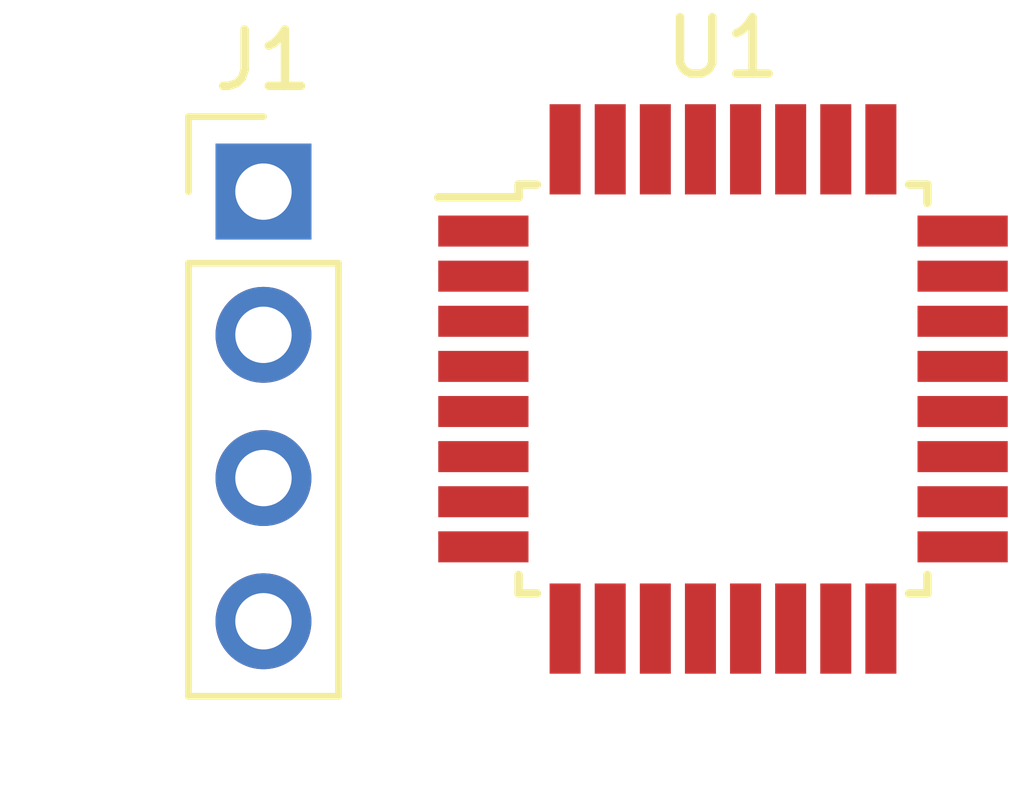
<source format=kicad_pcb>
(kicad_pcb (version 20211014) (generator pcbnew)
  (layers (0 "F.Cu" signal) (31 "B.Cu" signal) (34 "B.Paste" user) (35 "F.Paste" user) (36 "B.SilkS" user "B.Silkscreen") (37 "F.SilkS" user "F.Silkscreen") (38 "B.Mask" user) (39 "F.Mask" user) (44 "Edge.Cuts" user))
  (net 0 "")
  (net 1 "GND")
  (net 2 "+3V3")
  (net 3 "Net-(J1-Pad3)")
  (net 4 "Net-(J1-Pad4)")
  (footprint "Connector_PinHeader_2.54mm:PinHeader_1x04_P2.54mm_Vertical" (layer "F.Cu") (at 111.76 68.58)
    (fp_text reference "J1" (at 0 -2.33) (layer "F.SilkS"))
    (fp_text value "Conn_01x04")
    (fp_line (start -1.33 1.27) (end -1.33 8.95) (layer "F.SilkS") (width 0.12))
    (fp_line (start -1.33 0) (end -1.33 -1.33) (layer "F.SilkS") (width 0.12))
    (fp_line (start -1.33 8.95) (end 1.33 8.95) (layer "F.SilkS") (width 0.12))
    (fp_line (start -1.33 1.27) (end 1.33 1.27) (layer "F.SilkS") (width 0.12))
    (fp_line (start 1.33 1.27) (end 1.33 8.95) (layer "F.SilkS") (width 0.12))
    (fp_line (start -1.33 -1.33) (end 0 -1.33) (layer "F.SilkS") (width 0.12))
    (pad "1" thru_hole rect (at 0 0) (size 1.7 1.7) (drill 1) (layers *.Cu *.Mask) (net 1 "GND"))
    (pad "2" thru_hole oval (at 0 2.54) (size 1.7 1.7) (drill 1) (layers *.Cu *.Mask) (net 2 "+3V3"))
    (pad "3" thru_hole oval (at 0 5.08) (size 1.7 1.7) (drill 1) (layers *.Cu *.Mask) (net 3 "Net-(J1-Pad3)"))
    (pad "4" thru_hole oval (at 0 7.62) (size 1.7 1.7) (drill 1) (layers *.Cu *.Mask) (net 4 "Net-(J1-Pad4)"))
  )
  (footprint "Package_QFP:TQFP-32_7x7mm_P0.8mm" (layer "F.Cu") (at 119.91 72.08)
    (fp_text reference "U1" (at 0 -6.05) (layer "F.SilkS"))
    (fp_text value "ATmega88A-A")
    (fp_line (start 3.625 -3.625) (end 3.625 -3.3) (layer "F.SilkS") (width 0.15))
    (fp_line (start -3.625 3.625) (end -3.625 3.3) (layer "F.SilkS") (width 0.15))
    (fp_line (start -3.625 -3.4) (end -5.05 -3.4) (layer "F.SilkS") (width 0.15))
    (fp_line (start -3.625 -3.625) (end -3.3 -3.625) (layer "F.SilkS") (width 0.15))
    (fp_line (start 3.625 3.625) (end 3.3 3.625) (layer "F.SilkS") (width 0.15))
    (fp_line (start 3.625 -3.625) (end 3.3 -3.625) (layer "F.SilkS") (width 0.15))
    (fp_line (start -3.625 3.625) (end -3.3 3.625) (layer "F.SilkS") (width 0.15))
    (fp_line (start 3.625 3.625) (end 3.625 3.3) (layer "F.SilkS") (width 0.15))
    (fp_line (start -3.625 -3.625) (end -3.625 -3.4) (layer "F.SilkS") (width 0.15))
    (pad "1" smd rect (at -4.25 -2.8) (size 1.6 0.55) (layers "F.Cu" "F.Paste" "F.Mask"))
    (pad "2" smd rect (at -4.25 -2) (size 1.6 0.55) (layers "F.Cu" "F.Paste" "F.Mask"))
    (pad "3" smd rect (at -4.25 -1.2) (size 1.6 0.55) (layers "F.Cu" "F.Paste" "F.Mask") (net 1 "GND"))
    (pad "4" smd rect (at -4.25 -0.4) (size 1.6 0.55) (layers "F.Cu" "F.Paste" "F.Mask") (net 2 "+3V3"))
    (pad "5" smd rect (at -4.25 0.4) (size 1.6 0.55) (layers "F.Cu" "F.Paste" "F.Mask") (net 1 "GND"))
    (pad "6" smd rect (at -4.25 1.2) (size 1.6 0.55) (layers "F.Cu" "F.Paste" "F.Mask") (net 2 "+3V3"))
    (pad "7" smd rect (at -4.25 2) (size 1.6 0.55) (layers "F.Cu" "F.Paste" "F.Mask"))
    (pad "8" smd rect (at -4.25 2.8) (size 1.6 0.55) (layers "F.Cu" "F.Paste" "F.Mask"))
    (pad "9" smd rect (at -2.8 4.25 90) (size 1.6 0.55) (layers "F.Cu" "F.Paste" "F.Mask"))
    (pad "10" smd rect (at -2 4.25 90) (size 1.6 0.55) (layers "F.Cu" "F.Paste" "F.Mask"))
    (pad "11" smd rect (at -1.2 4.25 90) (size 1.6 0.55) (layers "F.Cu" "F.Paste" "F.Mask"))
    (pad "12" smd rect (at -0.4 4.25 90) (size 1.6 0.55) (layers "F.Cu" "F.Paste" "F.Mask"))
    (pad "13" smd rect (at 0.4 4.25 90) (size 1.6 0.55) (layers "F.Cu" "F.Paste" "F.Mask"))
    (pad "14" smd rect (at 1.2 4.25 90) (size 1.6 0.55) (layers "F.Cu" "F.Paste" "F.Mask"))
    (pad "15" smd rect (at 2 4.25 90) (size 1.6 0.55) (layers "F.Cu" "F.Paste" "F.Mask"))
    (pad "16" smd rect (at 2.8 4.25 90) (size 1.6 0.55) (layers "F.Cu" "F.Paste" "F.Mask"))
    (pad "17" smd rect (at 4.25 2.8) (size 1.6 0.55) (layers "F.Cu" "F.Paste" "F.Mask"))
    (pad "18" smd rect (at 4.25 2) (size 1.6 0.55) (layers "F.Cu" "F.Paste" "F.Mask") (net 2 "+3V3"))
    (pad "19" smd rect (at 4.25 1.2) (size 1.6 0.55) (layers "F.Cu" "F.Paste" "F.Mask"))
    (pad "20" smd rect (at 4.25 0.4) (size 1.6 0.55) (layers "F.Cu" "F.Paste" "F.Mask"))
    (pad "21" smd rect (at 4.25 -0.4) (size 1.6 0.55) (layers "F.Cu" "F.Paste" "F.Mask") (net 1 "GND"))
    (pad "22" smd rect (at 4.25 -1.2) (size 1.6 0.55) (layers "F.Cu" "F.Paste" "F.Mask"))
    (pad "23" smd rect (at 4.25 -2) (size 1.6 0.55) (layers "F.Cu" "F.Paste" "F.Mask"))
    (pad "24" smd rect (at 4.25 -2.8) (size 1.6 0.55) (layers "F.Cu" "F.Paste" "F.Mask"))
    (pad "25" smd rect (at 2.8 -4.25 90) (size 1.6 0.55) (layers "F.Cu" "F.Paste" "F.Mask"))
    (pad "26" smd rect (at 2 -4.25 90) (size 1.6 0.55) (layers "F.Cu" "F.Paste" "F.Mask"))
    (pad "27" smd rect (at 1.2 -4.25 90) (size 1.6 0.55) (layers "F.Cu" "F.Paste" "F.Mask") (net 4 "Net-(J1-Pad4)"))
    (pad "28" smd rect (at 0.4 -4.25 90) (size 1.6 0.55) (layers "F.Cu" "F.Paste" "F.Mask") (net 3 "Net-(J1-Pad3)"))
    (pad "29" smd rect (at -0.4 -4.25 90) (size 1.6 0.55) (layers "F.Cu" "F.Paste" "F.Mask"))
    (pad "30" smd rect (at -1.2 -4.25 90) (size 1.6 0.55) (layers "F.Cu" "F.Paste" "F.Mask"))
    (pad "31" smd rect (at -2 -4.25 90) (size 1.6 0.55) (layers "F.Cu" "F.Paste" "F.Mask"))
    (pad "32" smd rect (at -2.8 -4.25 90) (size 1.6 0.55) (layers "F.Cu" "F.Paste" "F.Mask"))
  )
)
</source>
